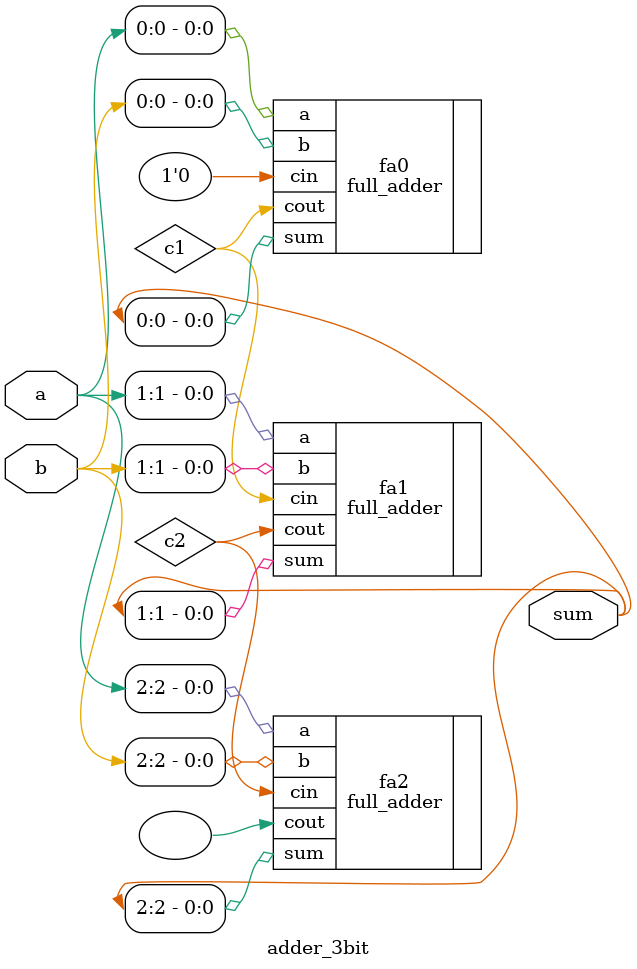
<source format=v>
module adder_3bit (
    input  wire [2:0] a,   // 현재 값 Q
    input  wire [2:0] b,   // mux에서 온 값
    output wire [2:0] sum  // Q + b
);
    wire c1, c2;

    full_adder fa0 (
        .a(a[0]),
        .b(b[0]),
        .cin(1'b0),
        .sum(sum[0]),
        .cout(c1)
    );
    full_adder fa1 (
        .a(a[1]),
        .b(b[1]),
        .cin(c1),
        .sum(sum[1]),
        .cout(c2)
    );
    full_adder fa2 (
        .a(a[2]),
        .b(b[2]),
        .cin(c2),
        .sum(sum[2]),
        .cout()
    );
endmodule

</source>
